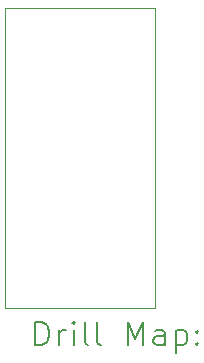
<source format=gbr>
%TF.GenerationSoftware,KiCad,Pcbnew,(6.0.7)*%
%TF.CreationDate,2022-08-12T11:37:04-07:00*%
%TF.ProjectId,mlx90640-breakout,6d6c7839-3036-4343-902d-627265616b6f,rev?*%
%TF.SameCoordinates,Original*%
%TF.FileFunction,Drillmap*%
%TF.FilePolarity,Positive*%
%FSLAX45Y45*%
G04 Gerber Fmt 4.5, Leading zero omitted, Abs format (unit mm)*
G04 Created by KiCad (PCBNEW (6.0.7)) date 2022-08-12 11:37:04*
%MOMM*%
%LPD*%
G01*
G04 APERTURE LIST*
%ADD10C,0.050000*%
%ADD11C,0.200000*%
G04 APERTURE END LIST*
D10*
X10460000Y-5810000D02*
X11730000Y-5810000D01*
X11730000Y-5810000D02*
X11730000Y-8350000D01*
X10460000Y-5810000D02*
X10460000Y-8350000D01*
X10460000Y-8350000D02*
X11730000Y-8350000D01*
D11*
X10715119Y-8662976D02*
X10715119Y-8462976D01*
X10762738Y-8462976D01*
X10791309Y-8472500D01*
X10810357Y-8491548D01*
X10819881Y-8510595D01*
X10829405Y-8548691D01*
X10829405Y-8577262D01*
X10819881Y-8615357D01*
X10810357Y-8634405D01*
X10791309Y-8653452D01*
X10762738Y-8662976D01*
X10715119Y-8662976D01*
X10915119Y-8662976D02*
X10915119Y-8529643D01*
X10915119Y-8567738D02*
X10924643Y-8548691D01*
X10934167Y-8539167D01*
X10953214Y-8529643D01*
X10972262Y-8529643D01*
X11038928Y-8662976D02*
X11038928Y-8529643D01*
X11038928Y-8462976D02*
X11029405Y-8472500D01*
X11038928Y-8482024D01*
X11048452Y-8472500D01*
X11038928Y-8462976D01*
X11038928Y-8482024D01*
X11162738Y-8662976D02*
X11143690Y-8653452D01*
X11134167Y-8634405D01*
X11134167Y-8462976D01*
X11267500Y-8662976D02*
X11248452Y-8653452D01*
X11238928Y-8634405D01*
X11238928Y-8462976D01*
X11496071Y-8662976D02*
X11496071Y-8462976D01*
X11562738Y-8605833D01*
X11629405Y-8462976D01*
X11629405Y-8662976D01*
X11810357Y-8662976D02*
X11810357Y-8558214D01*
X11800833Y-8539167D01*
X11781786Y-8529643D01*
X11743690Y-8529643D01*
X11724643Y-8539167D01*
X11810357Y-8653452D02*
X11791309Y-8662976D01*
X11743690Y-8662976D01*
X11724643Y-8653452D01*
X11715119Y-8634405D01*
X11715119Y-8615357D01*
X11724643Y-8596310D01*
X11743690Y-8586786D01*
X11791309Y-8586786D01*
X11810357Y-8577262D01*
X11905595Y-8529643D02*
X11905595Y-8729643D01*
X11905595Y-8539167D02*
X11924643Y-8529643D01*
X11962738Y-8529643D01*
X11981786Y-8539167D01*
X11991309Y-8548691D01*
X12000833Y-8567738D01*
X12000833Y-8624881D01*
X11991309Y-8643929D01*
X11981786Y-8653452D01*
X11962738Y-8662976D01*
X11924643Y-8662976D01*
X11905595Y-8653452D01*
X12086547Y-8643929D02*
X12096071Y-8653452D01*
X12086547Y-8662976D01*
X12077024Y-8653452D01*
X12086547Y-8643929D01*
X12086547Y-8662976D01*
X12086547Y-8539167D02*
X12096071Y-8548691D01*
X12086547Y-8558214D01*
X12077024Y-8548691D01*
X12086547Y-8539167D01*
X12086547Y-8558214D01*
M02*

</source>
